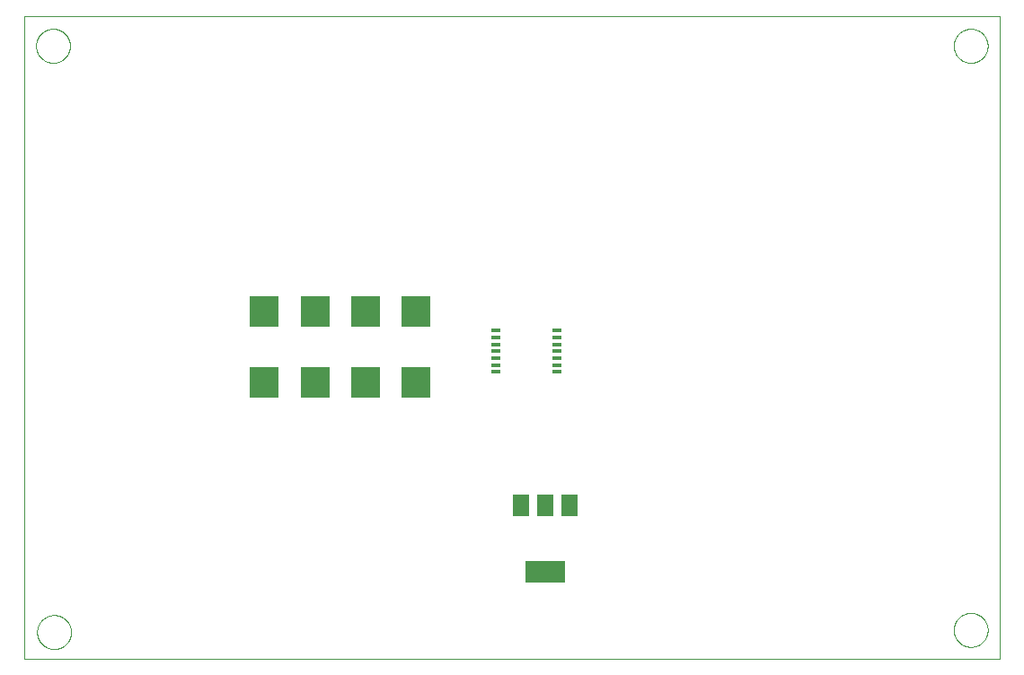
<source format=gtp>
G75*
%MOIN*%
%OFA0B0*%
%FSLAX25Y25*%
%IPPOS*%
%LPD*%
%AMOC8*
5,1,8,0,0,1.08239X$1,22.5*
%
%ADD10C,0.00000*%
%ADD11R,0.03543X0.01378*%
%ADD12R,0.05900X0.07900*%
%ADD13R,0.15000X0.07900*%
%ADD14R,0.10630X0.11614*%
D10*
X0001984Y0001866D02*
X0001984Y0240567D01*
X0363992Y0240567D01*
X0363992Y0001866D01*
X0001984Y0001866D01*
X0006709Y0011827D02*
X0006711Y0011985D01*
X0006717Y0012143D01*
X0006727Y0012301D01*
X0006741Y0012459D01*
X0006759Y0012616D01*
X0006780Y0012773D01*
X0006806Y0012929D01*
X0006836Y0013085D01*
X0006869Y0013240D01*
X0006907Y0013393D01*
X0006948Y0013546D01*
X0006993Y0013698D01*
X0007042Y0013849D01*
X0007095Y0013998D01*
X0007151Y0014146D01*
X0007211Y0014292D01*
X0007275Y0014437D01*
X0007343Y0014580D01*
X0007414Y0014722D01*
X0007488Y0014862D01*
X0007566Y0014999D01*
X0007648Y0015135D01*
X0007732Y0015269D01*
X0007821Y0015400D01*
X0007912Y0015529D01*
X0008007Y0015656D01*
X0008104Y0015781D01*
X0008205Y0015903D01*
X0008309Y0016022D01*
X0008416Y0016139D01*
X0008526Y0016253D01*
X0008639Y0016364D01*
X0008754Y0016473D01*
X0008872Y0016578D01*
X0008993Y0016680D01*
X0009116Y0016780D01*
X0009242Y0016876D01*
X0009370Y0016969D01*
X0009500Y0017059D01*
X0009633Y0017145D01*
X0009768Y0017229D01*
X0009904Y0017308D01*
X0010043Y0017385D01*
X0010184Y0017457D01*
X0010326Y0017527D01*
X0010470Y0017592D01*
X0010616Y0017654D01*
X0010763Y0017712D01*
X0010912Y0017767D01*
X0011062Y0017818D01*
X0011213Y0017865D01*
X0011365Y0017908D01*
X0011518Y0017947D01*
X0011673Y0017983D01*
X0011828Y0018014D01*
X0011984Y0018042D01*
X0012140Y0018066D01*
X0012297Y0018086D01*
X0012455Y0018102D01*
X0012612Y0018114D01*
X0012771Y0018122D01*
X0012929Y0018126D01*
X0013087Y0018126D01*
X0013245Y0018122D01*
X0013404Y0018114D01*
X0013561Y0018102D01*
X0013719Y0018086D01*
X0013876Y0018066D01*
X0014032Y0018042D01*
X0014188Y0018014D01*
X0014343Y0017983D01*
X0014498Y0017947D01*
X0014651Y0017908D01*
X0014803Y0017865D01*
X0014954Y0017818D01*
X0015104Y0017767D01*
X0015253Y0017712D01*
X0015400Y0017654D01*
X0015546Y0017592D01*
X0015690Y0017527D01*
X0015832Y0017457D01*
X0015973Y0017385D01*
X0016112Y0017308D01*
X0016248Y0017229D01*
X0016383Y0017145D01*
X0016516Y0017059D01*
X0016646Y0016969D01*
X0016774Y0016876D01*
X0016900Y0016780D01*
X0017023Y0016680D01*
X0017144Y0016578D01*
X0017262Y0016473D01*
X0017377Y0016364D01*
X0017490Y0016253D01*
X0017600Y0016139D01*
X0017707Y0016022D01*
X0017811Y0015903D01*
X0017912Y0015781D01*
X0018009Y0015656D01*
X0018104Y0015529D01*
X0018195Y0015400D01*
X0018284Y0015269D01*
X0018368Y0015135D01*
X0018450Y0014999D01*
X0018528Y0014862D01*
X0018602Y0014722D01*
X0018673Y0014580D01*
X0018741Y0014437D01*
X0018805Y0014292D01*
X0018865Y0014146D01*
X0018921Y0013998D01*
X0018974Y0013849D01*
X0019023Y0013698D01*
X0019068Y0013546D01*
X0019109Y0013393D01*
X0019147Y0013240D01*
X0019180Y0013085D01*
X0019210Y0012929D01*
X0019236Y0012773D01*
X0019257Y0012616D01*
X0019275Y0012459D01*
X0019289Y0012301D01*
X0019299Y0012143D01*
X0019305Y0011985D01*
X0019307Y0011827D01*
X0019305Y0011669D01*
X0019299Y0011511D01*
X0019289Y0011353D01*
X0019275Y0011195D01*
X0019257Y0011038D01*
X0019236Y0010881D01*
X0019210Y0010725D01*
X0019180Y0010569D01*
X0019147Y0010414D01*
X0019109Y0010261D01*
X0019068Y0010108D01*
X0019023Y0009956D01*
X0018974Y0009805D01*
X0018921Y0009656D01*
X0018865Y0009508D01*
X0018805Y0009362D01*
X0018741Y0009217D01*
X0018673Y0009074D01*
X0018602Y0008932D01*
X0018528Y0008792D01*
X0018450Y0008655D01*
X0018368Y0008519D01*
X0018284Y0008385D01*
X0018195Y0008254D01*
X0018104Y0008125D01*
X0018009Y0007998D01*
X0017912Y0007873D01*
X0017811Y0007751D01*
X0017707Y0007632D01*
X0017600Y0007515D01*
X0017490Y0007401D01*
X0017377Y0007290D01*
X0017262Y0007181D01*
X0017144Y0007076D01*
X0017023Y0006974D01*
X0016900Y0006874D01*
X0016774Y0006778D01*
X0016646Y0006685D01*
X0016516Y0006595D01*
X0016383Y0006509D01*
X0016248Y0006425D01*
X0016112Y0006346D01*
X0015973Y0006269D01*
X0015832Y0006197D01*
X0015690Y0006127D01*
X0015546Y0006062D01*
X0015400Y0006000D01*
X0015253Y0005942D01*
X0015104Y0005887D01*
X0014954Y0005836D01*
X0014803Y0005789D01*
X0014651Y0005746D01*
X0014498Y0005707D01*
X0014343Y0005671D01*
X0014188Y0005640D01*
X0014032Y0005612D01*
X0013876Y0005588D01*
X0013719Y0005568D01*
X0013561Y0005552D01*
X0013404Y0005540D01*
X0013245Y0005532D01*
X0013087Y0005528D01*
X0012929Y0005528D01*
X0012771Y0005532D01*
X0012612Y0005540D01*
X0012455Y0005552D01*
X0012297Y0005568D01*
X0012140Y0005588D01*
X0011984Y0005612D01*
X0011828Y0005640D01*
X0011673Y0005671D01*
X0011518Y0005707D01*
X0011365Y0005746D01*
X0011213Y0005789D01*
X0011062Y0005836D01*
X0010912Y0005887D01*
X0010763Y0005942D01*
X0010616Y0006000D01*
X0010470Y0006062D01*
X0010326Y0006127D01*
X0010184Y0006197D01*
X0010043Y0006269D01*
X0009904Y0006346D01*
X0009768Y0006425D01*
X0009633Y0006509D01*
X0009500Y0006595D01*
X0009370Y0006685D01*
X0009242Y0006778D01*
X0009116Y0006874D01*
X0008993Y0006974D01*
X0008872Y0007076D01*
X0008754Y0007181D01*
X0008639Y0007290D01*
X0008526Y0007401D01*
X0008416Y0007515D01*
X0008309Y0007632D01*
X0008205Y0007751D01*
X0008104Y0007873D01*
X0008007Y0007998D01*
X0007912Y0008125D01*
X0007821Y0008254D01*
X0007732Y0008385D01*
X0007648Y0008519D01*
X0007566Y0008655D01*
X0007488Y0008792D01*
X0007414Y0008932D01*
X0007343Y0009074D01*
X0007275Y0009217D01*
X0007211Y0009362D01*
X0007151Y0009508D01*
X0007095Y0009656D01*
X0007042Y0009805D01*
X0006993Y0009956D01*
X0006948Y0010108D01*
X0006907Y0010261D01*
X0006869Y0010414D01*
X0006836Y0010569D01*
X0006806Y0010725D01*
X0006780Y0010881D01*
X0006759Y0011038D01*
X0006741Y0011195D01*
X0006727Y0011353D01*
X0006717Y0011511D01*
X0006711Y0011669D01*
X0006709Y0011827D01*
X0006315Y0229543D02*
X0006317Y0229701D01*
X0006323Y0229859D01*
X0006333Y0230017D01*
X0006347Y0230175D01*
X0006365Y0230332D01*
X0006386Y0230489D01*
X0006412Y0230645D01*
X0006442Y0230801D01*
X0006475Y0230956D01*
X0006513Y0231109D01*
X0006554Y0231262D01*
X0006599Y0231414D01*
X0006648Y0231565D01*
X0006701Y0231714D01*
X0006757Y0231862D01*
X0006817Y0232008D01*
X0006881Y0232153D01*
X0006949Y0232296D01*
X0007020Y0232438D01*
X0007094Y0232578D01*
X0007172Y0232715D01*
X0007254Y0232851D01*
X0007338Y0232985D01*
X0007427Y0233116D01*
X0007518Y0233245D01*
X0007613Y0233372D01*
X0007710Y0233497D01*
X0007811Y0233619D01*
X0007915Y0233738D01*
X0008022Y0233855D01*
X0008132Y0233969D01*
X0008245Y0234080D01*
X0008360Y0234189D01*
X0008478Y0234294D01*
X0008599Y0234396D01*
X0008722Y0234496D01*
X0008848Y0234592D01*
X0008976Y0234685D01*
X0009106Y0234775D01*
X0009239Y0234861D01*
X0009374Y0234945D01*
X0009510Y0235024D01*
X0009649Y0235101D01*
X0009790Y0235173D01*
X0009932Y0235243D01*
X0010076Y0235308D01*
X0010222Y0235370D01*
X0010369Y0235428D01*
X0010518Y0235483D01*
X0010668Y0235534D01*
X0010819Y0235581D01*
X0010971Y0235624D01*
X0011124Y0235663D01*
X0011279Y0235699D01*
X0011434Y0235730D01*
X0011590Y0235758D01*
X0011746Y0235782D01*
X0011903Y0235802D01*
X0012061Y0235818D01*
X0012218Y0235830D01*
X0012377Y0235838D01*
X0012535Y0235842D01*
X0012693Y0235842D01*
X0012851Y0235838D01*
X0013010Y0235830D01*
X0013167Y0235818D01*
X0013325Y0235802D01*
X0013482Y0235782D01*
X0013638Y0235758D01*
X0013794Y0235730D01*
X0013949Y0235699D01*
X0014104Y0235663D01*
X0014257Y0235624D01*
X0014409Y0235581D01*
X0014560Y0235534D01*
X0014710Y0235483D01*
X0014859Y0235428D01*
X0015006Y0235370D01*
X0015152Y0235308D01*
X0015296Y0235243D01*
X0015438Y0235173D01*
X0015579Y0235101D01*
X0015718Y0235024D01*
X0015854Y0234945D01*
X0015989Y0234861D01*
X0016122Y0234775D01*
X0016252Y0234685D01*
X0016380Y0234592D01*
X0016506Y0234496D01*
X0016629Y0234396D01*
X0016750Y0234294D01*
X0016868Y0234189D01*
X0016983Y0234080D01*
X0017096Y0233969D01*
X0017206Y0233855D01*
X0017313Y0233738D01*
X0017417Y0233619D01*
X0017518Y0233497D01*
X0017615Y0233372D01*
X0017710Y0233245D01*
X0017801Y0233116D01*
X0017890Y0232985D01*
X0017974Y0232851D01*
X0018056Y0232715D01*
X0018134Y0232578D01*
X0018208Y0232438D01*
X0018279Y0232296D01*
X0018347Y0232153D01*
X0018411Y0232008D01*
X0018471Y0231862D01*
X0018527Y0231714D01*
X0018580Y0231565D01*
X0018629Y0231414D01*
X0018674Y0231262D01*
X0018715Y0231109D01*
X0018753Y0230956D01*
X0018786Y0230801D01*
X0018816Y0230645D01*
X0018842Y0230489D01*
X0018863Y0230332D01*
X0018881Y0230175D01*
X0018895Y0230017D01*
X0018905Y0229859D01*
X0018911Y0229701D01*
X0018913Y0229543D01*
X0018911Y0229385D01*
X0018905Y0229227D01*
X0018895Y0229069D01*
X0018881Y0228911D01*
X0018863Y0228754D01*
X0018842Y0228597D01*
X0018816Y0228441D01*
X0018786Y0228285D01*
X0018753Y0228130D01*
X0018715Y0227977D01*
X0018674Y0227824D01*
X0018629Y0227672D01*
X0018580Y0227521D01*
X0018527Y0227372D01*
X0018471Y0227224D01*
X0018411Y0227078D01*
X0018347Y0226933D01*
X0018279Y0226790D01*
X0018208Y0226648D01*
X0018134Y0226508D01*
X0018056Y0226371D01*
X0017974Y0226235D01*
X0017890Y0226101D01*
X0017801Y0225970D01*
X0017710Y0225841D01*
X0017615Y0225714D01*
X0017518Y0225589D01*
X0017417Y0225467D01*
X0017313Y0225348D01*
X0017206Y0225231D01*
X0017096Y0225117D01*
X0016983Y0225006D01*
X0016868Y0224897D01*
X0016750Y0224792D01*
X0016629Y0224690D01*
X0016506Y0224590D01*
X0016380Y0224494D01*
X0016252Y0224401D01*
X0016122Y0224311D01*
X0015989Y0224225D01*
X0015854Y0224141D01*
X0015718Y0224062D01*
X0015579Y0223985D01*
X0015438Y0223913D01*
X0015296Y0223843D01*
X0015152Y0223778D01*
X0015006Y0223716D01*
X0014859Y0223658D01*
X0014710Y0223603D01*
X0014560Y0223552D01*
X0014409Y0223505D01*
X0014257Y0223462D01*
X0014104Y0223423D01*
X0013949Y0223387D01*
X0013794Y0223356D01*
X0013638Y0223328D01*
X0013482Y0223304D01*
X0013325Y0223284D01*
X0013167Y0223268D01*
X0013010Y0223256D01*
X0012851Y0223248D01*
X0012693Y0223244D01*
X0012535Y0223244D01*
X0012377Y0223248D01*
X0012218Y0223256D01*
X0012061Y0223268D01*
X0011903Y0223284D01*
X0011746Y0223304D01*
X0011590Y0223328D01*
X0011434Y0223356D01*
X0011279Y0223387D01*
X0011124Y0223423D01*
X0010971Y0223462D01*
X0010819Y0223505D01*
X0010668Y0223552D01*
X0010518Y0223603D01*
X0010369Y0223658D01*
X0010222Y0223716D01*
X0010076Y0223778D01*
X0009932Y0223843D01*
X0009790Y0223913D01*
X0009649Y0223985D01*
X0009510Y0224062D01*
X0009374Y0224141D01*
X0009239Y0224225D01*
X0009106Y0224311D01*
X0008976Y0224401D01*
X0008848Y0224494D01*
X0008722Y0224590D01*
X0008599Y0224690D01*
X0008478Y0224792D01*
X0008360Y0224897D01*
X0008245Y0225006D01*
X0008132Y0225117D01*
X0008022Y0225231D01*
X0007915Y0225348D01*
X0007811Y0225467D01*
X0007710Y0225589D01*
X0007613Y0225714D01*
X0007518Y0225841D01*
X0007427Y0225970D01*
X0007338Y0226101D01*
X0007254Y0226235D01*
X0007172Y0226371D01*
X0007094Y0226508D01*
X0007020Y0226648D01*
X0006949Y0226790D01*
X0006881Y0226933D01*
X0006817Y0227078D01*
X0006757Y0227224D01*
X0006701Y0227372D01*
X0006648Y0227521D01*
X0006599Y0227672D01*
X0006554Y0227824D01*
X0006513Y0227977D01*
X0006475Y0228130D01*
X0006442Y0228285D01*
X0006412Y0228441D01*
X0006386Y0228597D01*
X0006365Y0228754D01*
X0006347Y0228911D01*
X0006333Y0229069D01*
X0006323Y0229227D01*
X0006317Y0229385D01*
X0006315Y0229543D01*
X0346866Y0229543D02*
X0346868Y0229701D01*
X0346874Y0229859D01*
X0346884Y0230017D01*
X0346898Y0230175D01*
X0346916Y0230332D01*
X0346937Y0230489D01*
X0346963Y0230645D01*
X0346993Y0230801D01*
X0347026Y0230956D01*
X0347064Y0231109D01*
X0347105Y0231262D01*
X0347150Y0231414D01*
X0347199Y0231565D01*
X0347252Y0231714D01*
X0347308Y0231862D01*
X0347368Y0232008D01*
X0347432Y0232153D01*
X0347500Y0232296D01*
X0347571Y0232438D01*
X0347645Y0232578D01*
X0347723Y0232715D01*
X0347805Y0232851D01*
X0347889Y0232985D01*
X0347978Y0233116D01*
X0348069Y0233245D01*
X0348164Y0233372D01*
X0348261Y0233497D01*
X0348362Y0233619D01*
X0348466Y0233738D01*
X0348573Y0233855D01*
X0348683Y0233969D01*
X0348796Y0234080D01*
X0348911Y0234189D01*
X0349029Y0234294D01*
X0349150Y0234396D01*
X0349273Y0234496D01*
X0349399Y0234592D01*
X0349527Y0234685D01*
X0349657Y0234775D01*
X0349790Y0234861D01*
X0349925Y0234945D01*
X0350061Y0235024D01*
X0350200Y0235101D01*
X0350341Y0235173D01*
X0350483Y0235243D01*
X0350627Y0235308D01*
X0350773Y0235370D01*
X0350920Y0235428D01*
X0351069Y0235483D01*
X0351219Y0235534D01*
X0351370Y0235581D01*
X0351522Y0235624D01*
X0351675Y0235663D01*
X0351830Y0235699D01*
X0351985Y0235730D01*
X0352141Y0235758D01*
X0352297Y0235782D01*
X0352454Y0235802D01*
X0352612Y0235818D01*
X0352769Y0235830D01*
X0352928Y0235838D01*
X0353086Y0235842D01*
X0353244Y0235842D01*
X0353402Y0235838D01*
X0353561Y0235830D01*
X0353718Y0235818D01*
X0353876Y0235802D01*
X0354033Y0235782D01*
X0354189Y0235758D01*
X0354345Y0235730D01*
X0354500Y0235699D01*
X0354655Y0235663D01*
X0354808Y0235624D01*
X0354960Y0235581D01*
X0355111Y0235534D01*
X0355261Y0235483D01*
X0355410Y0235428D01*
X0355557Y0235370D01*
X0355703Y0235308D01*
X0355847Y0235243D01*
X0355989Y0235173D01*
X0356130Y0235101D01*
X0356269Y0235024D01*
X0356405Y0234945D01*
X0356540Y0234861D01*
X0356673Y0234775D01*
X0356803Y0234685D01*
X0356931Y0234592D01*
X0357057Y0234496D01*
X0357180Y0234396D01*
X0357301Y0234294D01*
X0357419Y0234189D01*
X0357534Y0234080D01*
X0357647Y0233969D01*
X0357757Y0233855D01*
X0357864Y0233738D01*
X0357968Y0233619D01*
X0358069Y0233497D01*
X0358166Y0233372D01*
X0358261Y0233245D01*
X0358352Y0233116D01*
X0358441Y0232985D01*
X0358525Y0232851D01*
X0358607Y0232715D01*
X0358685Y0232578D01*
X0358759Y0232438D01*
X0358830Y0232296D01*
X0358898Y0232153D01*
X0358962Y0232008D01*
X0359022Y0231862D01*
X0359078Y0231714D01*
X0359131Y0231565D01*
X0359180Y0231414D01*
X0359225Y0231262D01*
X0359266Y0231109D01*
X0359304Y0230956D01*
X0359337Y0230801D01*
X0359367Y0230645D01*
X0359393Y0230489D01*
X0359414Y0230332D01*
X0359432Y0230175D01*
X0359446Y0230017D01*
X0359456Y0229859D01*
X0359462Y0229701D01*
X0359464Y0229543D01*
X0359462Y0229385D01*
X0359456Y0229227D01*
X0359446Y0229069D01*
X0359432Y0228911D01*
X0359414Y0228754D01*
X0359393Y0228597D01*
X0359367Y0228441D01*
X0359337Y0228285D01*
X0359304Y0228130D01*
X0359266Y0227977D01*
X0359225Y0227824D01*
X0359180Y0227672D01*
X0359131Y0227521D01*
X0359078Y0227372D01*
X0359022Y0227224D01*
X0358962Y0227078D01*
X0358898Y0226933D01*
X0358830Y0226790D01*
X0358759Y0226648D01*
X0358685Y0226508D01*
X0358607Y0226371D01*
X0358525Y0226235D01*
X0358441Y0226101D01*
X0358352Y0225970D01*
X0358261Y0225841D01*
X0358166Y0225714D01*
X0358069Y0225589D01*
X0357968Y0225467D01*
X0357864Y0225348D01*
X0357757Y0225231D01*
X0357647Y0225117D01*
X0357534Y0225006D01*
X0357419Y0224897D01*
X0357301Y0224792D01*
X0357180Y0224690D01*
X0357057Y0224590D01*
X0356931Y0224494D01*
X0356803Y0224401D01*
X0356673Y0224311D01*
X0356540Y0224225D01*
X0356405Y0224141D01*
X0356269Y0224062D01*
X0356130Y0223985D01*
X0355989Y0223913D01*
X0355847Y0223843D01*
X0355703Y0223778D01*
X0355557Y0223716D01*
X0355410Y0223658D01*
X0355261Y0223603D01*
X0355111Y0223552D01*
X0354960Y0223505D01*
X0354808Y0223462D01*
X0354655Y0223423D01*
X0354500Y0223387D01*
X0354345Y0223356D01*
X0354189Y0223328D01*
X0354033Y0223304D01*
X0353876Y0223284D01*
X0353718Y0223268D01*
X0353561Y0223256D01*
X0353402Y0223248D01*
X0353244Y0223244D01*
X0353086Y0223244D01*
X0352928Y0223248D01*
X0352769Y0223256D01*
X0352612Y0223268D01*
X0352454Y0223284D01*
X0352297Y0223304D01*
X0352141Y0223328D01*
X0351985Y0223356D01*
X0351830Y0223387D01*
X0351675Y0223423D01*
X0351522Y0223462D01*
X0351370Y0223505D01*
X0351219Y0223552D01*
X0351069Y0223603D01*
X0350920Y0223658D01*
X0350773Y0223716D01*
X0350627Y0223778D01*
X0350483Y0223843D01*
X0350341Y0223913D01*
X0350200Y0223985D01*
X0350061Y0224062D01*
X0349925Y0224141D01*
X0349790Y0224225D01*
X0349657Y0224311D01*
X0349527Y0224401D01*
X0349399Y0224494D01*
X0349273Y0224590D01*
X0349150Y0224690D01*
X0349029Y0224792D01*
X0348911Y0224897D01*
X0348796Y0225006D01*
X0348683Y0225117D01*
X0348573Y0225231D01*
X0348466Y0225348D01*
X0348362Y0225467D01*
X0348261Y0225589D01*
X0348164Y0225714D01*
X0348069Y0225841D01*
X0347978Y0225970D01*
X0347889Y0226101D01*
X0347805Y0226235D01*
X0347723Y0226371D01*
X0347645Y0226508D01*
X0347571Y0226648D01*
X0347500Y0226790D01*
X0347432Y0226933D01*
X0347368Y0227078D01*
X0347308Y0227224D01*
X0347252Y0227372D01*
X0347199Y0227521D01*
X0347150Y0227672D01*
X0347105Y0227824D01*
X0347064Y0227977D01*
X0347026Y0228130D01*
X0346993Y0228285D01*
X0346963Y0228441D01*
X0346937Y0228597D01*
X0346916Y0228754D01*
X0346898Y0228911D01*
X0346884Y0229069D01*
X0346874Y0229227D01*
X0346868Y0229385D01*
X0346866Y0229543D01*
X0346866Y0012614D02*
X0346868Y0012772D01*
X0346874Y0012930D01*
X0346884Y0013088D01*
X0346898Y0013246D01*
X0346916Y0013403D01*
X0346937Y0013560D01*
X0346963Y0013716D01*
X0346993Y0013872D01*
X0347026Y0014027D01*
X0347064Y0014180D01*
X0347105Y0014333D01*
X0347150Y0014485D01*
X0347199Y0014636D01*
X0347252Y0014785D01*
X0347308Y0014933D01*
X0347368Y0015079D01*
X0347432Y0015224D01*
X0347500Y0015367D01*
X0347571Y0015509D01*
X0347645Y0015649D01*
X0347723Y0015786D01*
X0347805Y0015922D01*
X0347889Y0016056D01*
X0347978Y0016187D01*
X0348069Y0016316D01*
X0348164Y0016443D01*
X0348261Y0016568D01*
X0348362Y0016690D01*
X0348466Y0016809D01*
X0348573Y0016926D01*
X0348683Y0017040D01*
X0348796Y0017151D01*
X0348911Y0017260D01*
X0349029Y0017365D01*
X0349150Y0017467D01*
X0349273Y0017567D01*
X0349399Y0017663D01*
X0349527Y0017756D01*
X0349657Y0017846D01*
X0349790Y0017932D01*
X0349925Y0018016D01*
X0350061Y0018095D01*
X0350200Y0018172D01*
X0350341Y0018244D01*
X0350483Y0018314D01*
X0350627Y0018379D01*
X0350773Y0018441D01*
X0350920Y0018499D01*
X0351069Y0018554D01*
X0351219Y0018605D01*
X0351370Y0018652D01*
X0351522Y0018695D01*
X0351675Y0018734D01*
X0351830Y0018770D01*
X0351985Y0018801D01*
X0352141Y0018829D01*
X0352297Y0018853D01*
X0352454Y0018873D01*
X0352612Y0018889D01*
X0352769Y0018901D01*
X0352928Y0018909D01*
X0353086Y0018913D01*
X0353244Y0018913D01*
X0353402Y0018909D01*
X0353561Y0018901D01*
X0353718Y0018889D01*
X0353876Y0018873D01*
X0354033Y0018853D01*
X0354189Y0018829D01*
X0354345Y0018801D01*
X0354500Y0018770D01*
X0354655Y0018734D01*
X0354808Y0018695D01*
X0354960Y0018652D01*
X0355111Y0018605D01*
X0355261Y0018554D01*
X0355410Y0018499D01*
X0355557Y0018441D01*
X0355703Y0018379D01*
X0355847Y0018314D01*
X0355989Y0018244D01*
X0356130Y0018172D01*
X0356269Y0018095D01*
X0356405Y0018016D01*
X0356540Y0017932D01*
X0356673Y0017846D01*
X0356803Y0017756D01*
X0356931Y0017663D01*
X0357057Y0017567D01*
X0357180Y0017467D01*
X0357301Y0017365D01*
X0357419Y0017260D01*
X0357534Y0017151D01*
X0357647Y0017040D01*
X0357757Y0016926D01*
X0357864Y0016809D01*
X0357968Y0016690D01*
X0358069Y0016568D01*
X0358166Y0016443D01*
X0358261Y0016316D01*
X0358352Y0016187D01*
X0358441Y0016056D01*
X0358525Y0015922D01*
X0358607Y0015786D01*
X0358685Y0015649D01*
X0358759Y0015509D01*
X0358830Y0015367D01*
X0358898Y0015224D01*
X0358962Y0015079D01*
X0359022Y0014933D01*
X0359078Y0014785D01*
X0359131Y0014636D01*
X0359180Y0014485D01*
X0359225Y0014333D01*
X0359266Y0014180D01*
X0359304Y0014027D01*
X0359337Y0013872D01*
X0359367Y0013716D01*
X0359393Y0013560D01*
X0359414Y0013403D01*
X0359432Y0013246D01*
X0359446Y0013088D01*
X0359456Y0012930D01*
X0359462Y0012772D01*
X0359464Y0012614D01*
X0359462Y0012456D01*
X0359456Y0012298D01*
X0359446Y0012140D01*
X0359432Y0011982D01*
X0359414Y0011825D01*
X0359393Y0011668D01*
X0359367Y0011512D01*
X0359337Y0011356D01*
X0359304Y0011201D01*
X0359266Y0011048D01*
X0359225Y0010895D01*
X0359180Y0010743D01*
X0359131Y0010592D01*
X0359078Y0010443D01*
X0359022Y0010295D01*
X0358962Y0010149D01*
X0358898Y0010004D01*
X0358830Y0009861D01*
X0358759Y0009719D01*
X0358685Y0009579D01*
X0358607Y0009442D01*
X0358525Y0009306D01*
X0358441Y0009172D01*
X0358352Y0009041D01*
X0358261Y0008912D01*
X0358166Y0008785D01*
X0358069Y0008660D01*
X0357968Y0008538D01*
X0357864Y0008419D01*
X0357757Y0008302D01*
X0357647Y0008188D01*
X0357534Y0008077D01*
X0357419Y0007968D01*
X0357301Y0007863D01*
X0357180Y0007761D01*
X0357057Y0007661D01*
X0356931Y0007565D01*
X0356803Y0007472D01*
X0356673Y0007382D01*
X0356540Y0007296D01*
X0356405Y0007212D01*
X0356269Y0007133D01*
X0356130Y0007056D01*
X0355989Y0006984D01*
X0355847Y0006914D01*
X0355703Y0006849D01*
X0355557Y0006787D01*
X0355410Y0006729D01*
X0355261Y0006674D01*
X0355111Y0006623D01*
X0354960Y0006576D01*
X0354808Y0006533D01*
X0354655Y0006494D01*
X0354500Y0006458D01*
X0354345Y0006427D01*
X0354189Y0006399D01*
X0354033Y0006375D01*
X0353876Y0006355D01*
X0353718Y0006339D01*
X0353561Y0006327D01*
X0353402Y0006319D01*
X0353244Y0006315D01*
X0353086Y0006315D01*
X0352928Y0006319D01*
X0352769Y0006327D01*
X0352612Y0006339D01*
X0352454Y0006355D01*
X0352297Y0006375D01*
X0352141Y0006399D01*
X0351985Y0006427D01*
X0351830Y0006458D01*
X0351675Y0006494D01*
X0351522Y0006533D01*
X0351370Y0006576D01*
X0351219Y0006623D01*
X0351069Y0006674D01*
X0350920Y0006729D01*
X0350773Y0006787D01*
X0350627Y0006849D01*
X0350483Y0006914D01*
X0350341Y0006984D01*
X0350200Y0007056D01*
X0350061Y0007133D01*
X0349925Y0007212D01*
X0349790Y0007296D01*
X0349657Y0007382D01*
X0349527Y0007472D01*
X0349399Y0007565D01*
X0349273Y0007661D01*
X0349150Y0007761D01*
X0349029Y0007863D01*
X0348911Y0007968D01*
X0348796Y0008077D01*
X0348683Y0008188D01*
X0348573Y0008302D01*
X0348466Y0008419D01*
X0348362Y0008538D01*
X0348261Y0008660D01*
X0348164Y0008785D01*
X0348069Y0008912D01*
X0347978Y0009041D01*
X0347889Y0009172D01*
X0347805Y0009306D01*
X0347723Y0009442D01*
X0347645Y0009579D01*
X0347571Y0009719D01*
X0347500Y0009861D01*
X0347432Y0010004D01*
X0347368Y0010149D01*
X0347308Y0010295D01*
X0347252Y0010443D01*
X0347199Y0010592D01*
X0347150Y0010743D01*
X0347105Y0010895D01*
X0347064Y0011048D01*
X0347026Y0011201D01*
X0346993Y0011356D01*
X0346963Y0011512D01*
X0346937Y0011668D01*
X0346916Y0011825D01*
X0346898Y0011982D01*
X0346884Y0012140D01*
X0346874Y0012298D01*
X0346868Y0012456D01*
X0346866Y0012614D01*
D11*
X0199524Y0108480D03*
X0199524Y0111039D03*
X0199524Y0113598D03*
X0199524Y0116157D03*
X0199524Y0118717D03*
X0199524Y0121276D03*
X0199524Y0123835D03*
X0176886Y0123835D03*
X0176886Y0121276D03*
X0176886Y0118717D03*
X0176886Y0116157D03*
X0176886Y0113598D03*
X0176886Y0111039D03*
X0176886Y0108480D03*
D12*
X0186191Y0058872D03*
X0195191Y0058872D03*
X0204191Y0058872D03*
D13*
X0195291Y0034072D03*
D14*
X0147260Y0104445D03*
X0128756Y0104445D03*
X0109858Y0104445D03*
X0090961Y0104445D03*
X0090961Y0131020D03*
X0109858Y0131020D03*
X0128756Y0131020D03*
X0147260Y0131020D03*
M02*

</source>
